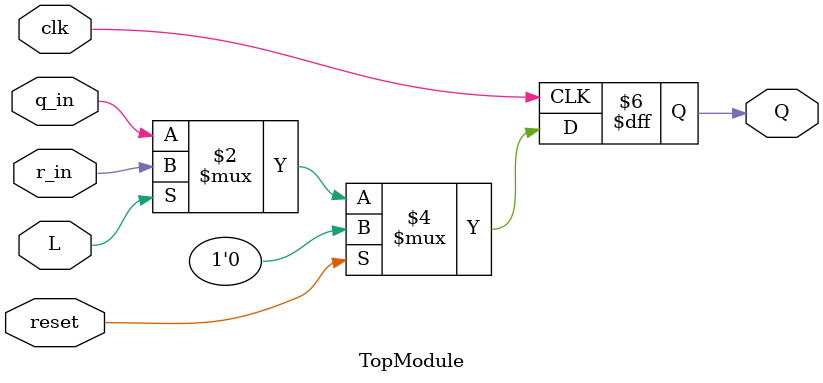
<source format=sv>
module TopModule (
    input logic clk,         // Clock signal for sequential logic
    input logic reset,       // Synchronous reset signal
    input logic L,           // Load enable signal
    input logic q_in,        // Input for the flip-flop
    input logic r_in,        // Input for the multiplexer
    output logic Q           // Output from the flip-flop
);

    always @(posedge clk) begin
        if (reset) begin
            Q <= 1'b0;       // Initialize Q to zero on reset
        end else begin
            Q <= L ? r_in : q_in;  // Select between r_in and q_in based on L
        end
    end

endmodule
</source>
